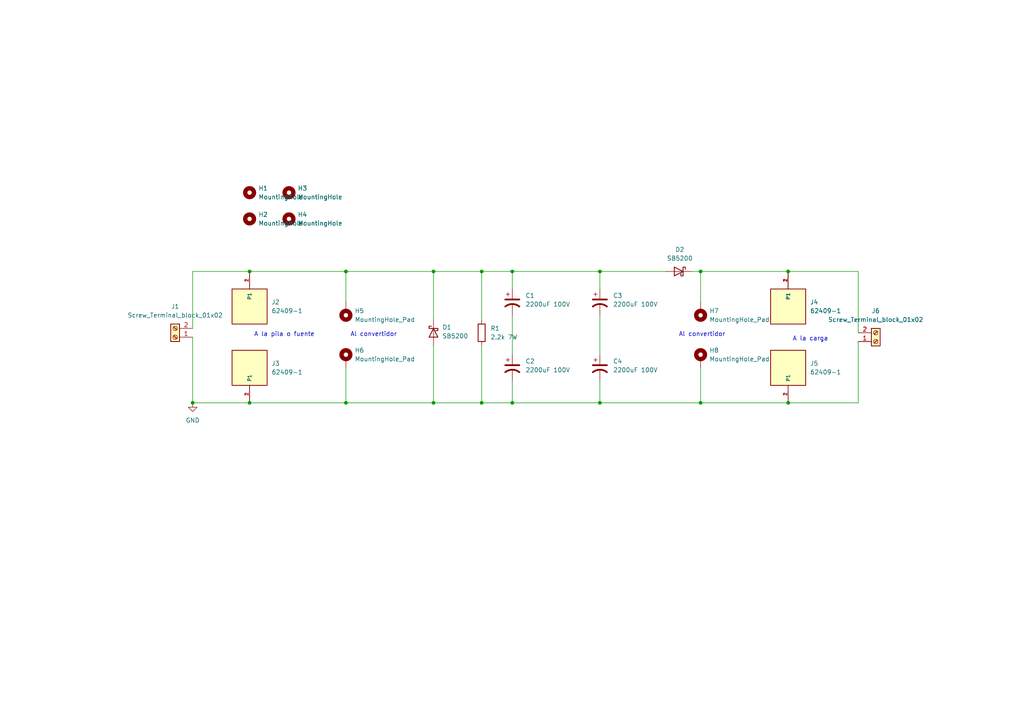
<source format=kicad_sch>
(kicad_sch (version 20211123) (generator eeschema)
  (paper "A4")
  (lib_symbols
    (symbol "Device:C_Polarized_US" (pin_numbers hide) (pin_names (offset 0.254) hide)
      (property "Reference" "C" (at 0.635 2.54 0))
      (property "Value" "C_Polarized_US" (at 0.635 -2.54 0))
      (symbol "C_Polarized_US_0_1"
        (polyline (pts (xy -2.032 0.762) (xy 2.032 0.762)) (stroke (width 0.508)))
        (polyline (pts (xy -1.778 2.286) (xy -0.762 2.286)))
        (polyline (pts (xy -1.27 1.778) (xy -1.27 2.794)))
        (arc (start 2.032 -1.27) (mid 0 -0.5572) (end -2.032 -1.27) (stroke (width 0.508)))
      )
      (symbol "C_Polarized_US_1_1"
        (pin passive line (at 0 3.81 270) (length 2.794) (name "~") (number "1"))
        (pin passive line (at 0 -3.81 90) (length 3.302) (name "~") (number "2"))
      )
    )
    (symbol "Device:D_Schottky" (pin_numbers hide) (pin_names (offset 1.016) hide)
      (property "Reference" "D" (at 0 2.54 0))
      (property "Value" "D_Schottky" (at 0 -2.54 0))
      (symbol "D_Schottky_0_1"
        (polyline (pts (xy 1.27 0) (xy -1.27 0)))
        (polyline (pts (xy 1.27 1.27) (xy 1.27 -1.27) (xy -1.27 0) (xy 1.27 1.27)) (stroke (width 0.254)))
        (polyline (pts (xy -1.905 0.635) (xy -1.905 1.27) (xy -1.27 1.27) (xy -1.27 -1.27) (xy -0.635 -1.27) (xy -0.635 -0.635)) (stroke (width 0.254)))
      )
      (symbol "D_Schottky_1_1"
        (pin passive line (at -3.81 0 0) (length 2.54) (name "K") (number "1"))
        (pin passive line (at 3.81 0 180) (length 2.54) (name "A") (number "2"))
      )
    )
    (symbol "Device:R" (pin_numbers hide) (pin_names (offset 0))
      (property "Reference" "R" (at 2.032 0 90))
      (property "Value" "R" (at 0 0 90))
      (symbol "R_0_1"
        (rectangle (start -1.016 -2.54) (end 1.016 2.54) (stroke (width 0.254)))
      )
      (symbol "R_1_1"
        (pin passive line (at 0 3.81 270) (length 1.27) (name "~") (number "1"))
        (pin passive line (at 0 -3.81 90) (length 1.27) (name "~") (number "2"))
      )
    )
    (symbol "Mechanical:MountingHole" (pin_names (offset 1.016))
      (property "Reference" "H" (at 0 5.08 0))
      (property "Value" "MountingHole" (at 0 3.175 0))
      (symbol "MountingHole_0_1"
        (circle (center 0 0) (radius 1.27) (stroke (width 1.27)))
      )
    )
    (symbol "Mechanical:MountingHole_Pad" (pin_numbers hide) (pin_names (offset 1.016) hide)
      (property "Reference" "H" (at 0 6.35 0))
      (property "Value" "MountingHole_Pad" (at 0 4.445 0))
      (symbol "MountingHole_Pad_0_1"
        (circle (center 0 1.27) (radius 1.27) (stroke (width 1.27)))
      )
      (symbol "MountingHole_Pad_1_1"
        (pin input line (at 0 -2.54 90) (length 2.54) (name "1") (number "1"))
      )
    )
    (symbol "power:GND" (power) (pin_names (offset 0))
      (property "Value" "GND" (at 0 -3.81 0))
      (symbol "GND_0_1"
        (polyline (pts (xy 0 0) (xy 0 -1.27) (xy 1.27 -1.27) (xy 0 -2.54) (xy -1.27 -1.27) (xy 0 -1.27)))
      )
      (symbol "GND_1_1"
        (pin power_in line (at 0 0 270) (length 0) hide (name "GND") (number "1"))
      )
    )
    (symbol "spade_connector:62409-1" (pin_names (offset 1.016))
      (property "Reference" "J" (at -5.08 5.08 0))
      (property "Value" "62409-1" (at -5.08 -7.62 0))
      (symbol "62409-1_0_0"
        (rectangle (start -5.08 -5.08) (end 5.08 5.08) (stroke (width 0.254)) (fill (type background)))
        (pin passive line (at -10.16 0 0) (length 5.08) (name "P1") (number "1"))
        (pin passive line (at -10.16 0 0) (length 5.08) (name "P1") (number "2"))
      )
    )
    (symbol "terminal_block:Screw_Terminal_block_01x02" (pin_names (offset 1.016) hide)
      (property "Reference" "J" (at 0 2.54 0))
      (property "Value" "Screw_Terminal_block_01x02" (at 0 -5.08 0))
      (symbol "Screw_Terminal_block_01x02_1_1"
        (rectangle (start -1.27 1.27) (end 1.27 -3.81) (stroke (width 0.254)) (fill (type background)))
        (circle (center 0 -2.54) (radius 0.635) (stroke (width 0.1524)))
        (polyline (pts (xy -0.5334 -2.2098) (xy 0.3302 -3.048)) (stroke (width 0.1524)))
        (polyline (pts (xy -0.5334 0.3302) (xy 0.3302 -0.508)) (stroke (width 0.1524)))
        (polyline (pts (xy -0.3556 -2.032) (xy 0.508 -2.8702)) (stroke (width 0.1524)))
        (polyline (pts (xy -0.3556 0.508) (xy 0.508 -0.3302)) (stroke (width 0.1524)))
        (circle (center 0 0) (radius 0.635) (stroke (width 0.1524)))
        (pin passive line (at -5.08 0 0) (length 3.81) (name "Pin_1") (number "1"))
        (pin passive line (at -5.08 -2.54 0) (length 3.81) (name "Pin_2") (number "2"))
      )
    )
  )
  (junction (at 203.2 116.84))
  (junction (at 125.73 78.74))
  (junction (at 139.7 116.84))
  (junction (at 55.88 116.84))
  (junction (at 139.7 78.74))
  (junction (at 72.39 78.74))
  (junction (at 173.99 78.74))
  (junction (at 173.99 116.84))
  (junction (at 125.73 116.84))
  (junction (at 148.59 78.74))
  (junction (at 100.33 78.74))
  (junction (at 72.39 116.84))
  (junction (at 228.6 78.74))
  (junction (at 148.59 116.84))
  (junction (at 228.6 116.84))
  (junction (at 203.2 78.74))
  (junction (at 100.33 116.84))
  (wire (pts (xy 200.66 78.74) (xy 203.2 78.74)))
  (wire (pts (xy 248.92 96.52) (xy 248.92 78.74)))
  (wire (pts (xy 173.99 116.84) (xy 203.2 116.84)))
  (wire (pts (xy 125.73 116.84) (xy 100.33 116.84)))
  (wire (pts (xy 248.92 78.74) (xy 228.6 78.74)))
  (wire (pts (xy 100.33 116.84) (xy 100.33 106.68)))
  (wire (pts (xy 55.88 97.79) (xy 55.88 116.84)))
  (wire (pts (xy 248.92 99.06) (xy 248.92 116.84)))
  (wire (pts (xy 100.33 78.74) (xy 100.33 87.63)))
  (wire (pts (xy 148.59 116.84) (xy 148.59 110.49)))
  (wire (pts (xy 125.73 78.74) (xy 125.73 92.71)))
  (wire (pts (xy 148.59 78.74) (xy 173.99 78.74)))
  (wire (pts (xy 139.7 78.74) (xy 139.7 92.71)))
  (wire (pts (xy 203.2 106.68) (xy 203.2 116.84)))
  (wire (pts (xy 148.59 78.74) (xy 148.59 83.82)))
  (wire (pts (xy 203.2 78.74) (xy 228.6 78.74)))
  (wire (pts (xy 173.99 91.44) (xy 173.99 102.87)))
  (wire (pts (xy 139.7 78.74) (xy 148.59 78.74)))
  (wire (pts (xy 55.88 116.84) (xy 72.39 116.84)))
  (wire (pts (xy 125.73 100.33) (xy 125.73 116.84)))
  (wire (pts (xy 100.33 78.74) (xy 125.73 78.74)))
  (wire (pts (xy 125.73 78.74) (xy 139.7 78.74)))
  (wire (pts (xy 173.99 116.84) (xy 148.59 116.84)))
  (wire (pts (xy 203.2 116.84) (xy 228.6 116.84)))
  (wire (pts (xy 148.59 116.84) (xy 139.7 116.84)))
  (wire (pts (xy 148.59 91.44) (xy 148.59 102.87)))
  (wire (pts (xy 139.7 116.84) (xy 125.73 116.84)))
  (wire (pts (xy 72.39 78.74) (xy 100.33 78.74)))
  (wire (pts (xy 55.88 95.25) (xy 55.88 78.74)))
  (wire (pts (xy 248.92 116.84) (xy 228.6 116.84)))
  (wire (pts (xy 139.7 100.33) (xy 139.7 116.84)))
  (wire (pts (xy 173.99 116.84) (xy 173.99 110.49)))
  (wire (pts (xy 173.99 78.74) (xy 173.99 83.82)))
  (wire (pts (xy 72.39 116.84) (xy 100.33 116.84)))
  (wire (pts (xy 173.99 78.74) (xy 193.04 78.74)))
  (wire (pts (xy 55.88 78.74) (xy 72.39 78.74)))
  (wire (pts (xy 203.2 78.74) (xy 203.2 87.63)))
  (text "Al convertidor" (at 196.85 97.79 0) (effects (font (size 1.27 1.27)) (justify left bottom)))
  (text "A la pila o fuente" (at 73.66 97.79 0) (effects (font (size 1.27 1.27)) (justify left bottom)))
  (text "Al convertidor" (at 101.6 97.79 0) (effects (font (size 1.27 1.27)) (justify left bottom)))
  (text "A la carga" (at 229.87 99.06 0) (effects (font (size 1.27 1.27)) (justify left bottom)))
  (symbol (lib_id "Device:D_Schottky") (at 196.85 78.74 0) (mirror y) (unit 1)
    (property "Reference" "D2" (at 197.1675 72.39 0))
    (property "Value" "SB5200" (at 197.1675 74.93 0))
    (property "Footprint" "Diode_THT:D_DO-27_P15.24mm_Horizontal" (effects hide))
  )
  (symbol (lib_id "power:GND") (at 55.88 116.84 0) (unit 1)
    (property "Reference" "#PWR?" (effects hide))
    (property "Value" "GND" (at 55.88 121.92 0))
  )
  (symbol (lib_id "Device:C_Polarized_US") (at 148.59 87.63 0) (unit 1)
    (property "Reference" "C1" (at 152.4 85.7249 0) (effects (justify left)))
    (property "Value" "2200uF 100V" (at 152.4 88.2649 0) (effects (justify left)))
    (property "Footprint" "Capacitor_THT:CP_Radial_D25.0mm_P10.00mm_SnapIn" (effects hide))
  )
  (symbol (lib_id "Mechanical:MountingHole") (at 72.39 55.88 0) (unit 1)
    (property "Reference" "H1" (at 74.93 54.6099 0) (effects (justify left)))
    (property "Value" "MountingHole" (at 74.93 57.1499 0) (effects (justify left)))
    (property "Footprint" "MountingHole:MountingHole_3.2mm_M3" (effects hide))
  )
  (symbol (lib_id "Device:D_Schottky") (at 125.73 96.52 90) (mirror x) (unit 1)
    (property "Reference" "D1" (at 128.27 94.9324 90) (effects (justify right)))
    (property "Value" "SB5200" (at 128.27 97.4724 90) (effects (justify right)))
    (property "Footprint" "Diode_THT:D_DO-27_P15.24mm_Horizontal" (effects hide))
  )
  (symbol (lib_id "Mechanical:MountingHole") (at 83.82 63.5 0) (unit 1)
    (property "Reference" "H4" (at 86.36 62.2299 0) (effects (justify left)))
    (property "Value" "MountingHole" (at 86.36 64.7699 0) (effects (justify left)))
    (property "Footprint" "MountingHole:MountingHole_3.2mm_M3" (effects hide))
  )
  (symbol (lib_id "Mechanical:MountingHole_Pad") (at 203.2 90.17 180) (unit 1)
    (property "Reference" "H7" (at 205.74 90.1699 0) (effects (justify right)))
    (property "Value" "MountingHole_Pad" (at 205.74 92.7099 0) (effects (justify right)))
    (property "Footprint" "MountingHole:MountingHole_3.2mm_M3_Pad" (effects hide))
  )
  (symbol (lib_id "Device:R") (at 139.7 96.52 0) (unit 1)
    (property "Reference" "R1" (at 142.24 95.2499 0) (effects (justify left)))
    (property "Value" "2.2k 7W" (at 142.24 97.7899 0) (effects (justify left)))
    (property "Footprint" "Resistor_THT:R_Axial_Power_L38.0mm_W9.0mm_P40.64mm" (effects hide))
  )
  (symbol (lib_id "Device:C_Polarized_US") (at 173.99 87.63 0) (unit 1)
    (property "Reference" "C3" (at 177.8 85.7249 0) (effects (justify left)))
    (property "Value" "2200uF 100V" (at 177.8 88.2649 0) (effects (justify left)))
    (property "Footprint" "Capacitor_THT:CP_Radial_D25.0mm_P10.00mm_SnapIn" (effects hide))
  )
  (symbol (lib_id "Mechanical:MountingHole_Pad") (at 100.33 90.17 180) (unit 1)
    (property "Reference" "H5" (at 102.87 90.1699 0) (effects (justify right)))
    (property "Value" "MountingHole_Pad" (at 102.87 92.7099 0) (effects (justify right)))
    (property "Footprint" "MountingHole:MountingHole_3.2mm_M3_Pad" (effects hide))
  )
  (symbol (lib_id "Device:C_Polarized_US") (at 173.99 106.68 0) (unit 1)
    (property "Reference" "C4" (at 177.8 104.7749 0) (effects (justify left)))
    (property "Value" "2200uF 100V" (at 177.8 107.3149 0) (effects (justify left)))
    (property "Footprint" "Capacitor_THT:CP_Radial_D25.0mm_P10.00mm_SnapIn" (effects hide))
  )
  (symbol (lib_id "Device:C_Polarized_US") (at 148.59 106.68 0) (unit 1)
    (property "Reference" "C2" (at 152.4 104.7749 0) (effects (justify left)))
    (property "Value" "2200uF 100V" (at 152.4 107.3149 0) (effects (justify left)))
    (property "Footprint" "Capacitor_THT:CP_Radial_D25.0mm_P10.00mm_SnapIn" (effects hide))
  )
  (symbol (lib_id "terminal_block:Screw_Terminal_block_01x02") (at 254 99.06 0) (mirror x) (unit 1)
    (property "Reference" "J6" (at 254 90.17 0))
    (property "Value" "Screw_Terminal_block_01x02" (at 254 92.71 0))
    (property "Footprint" "power_connector:Degson_Screw_Terminal_block_01x02" (effects hide))
  )
  (symbol (lib_id "Mechanical:MountingHole_Pad") (at 203.2 104.14 0) (unit 1)
    (property "Reference" "H8" (at 205.74 101.5999 0) (effects (justify left)))
    (property "Value" "MountingHole_Pad" (at 205.74 104.1399 0) (effects (justify left)))
    (property "Footprint" "MountingHole:MountingHole_3.2mm_M3_Pad" (effects hide))
  )
  (symbol (lib_id "spade_connector:62409-1") (at 72.39 88.9 270) (unit 1)
    (property "Reference" "J2" (at 78.74 87.6299 90) (effects (justify left)))
    (property "Value" "62409-1" (at 78.74 90.1699 90) (effects (justify left)))
    (property "Footprint" "power_connector:TE_62409-1" (effects hide))
    (property "Comment" "62409-1" (effects hide))
    (property "EU_RoHS_Compliance" "Compliant" (effects hide))
  )
  (symbol (lib_id "Mechanical:MountingHole") (at 72.39 63.5 0) (unit 1)
    (property "Reference" "H2" (at 74.93 62.2299 0) (effects (justify left)))
    (property "Value" "MountingHole" (at 74.93 64.7699 0) (effects (justify left)))
    (property "Footprint" "MountingHole:MountingHole_3.2mm_M3" (effects hide))
  )
  (symbol (lib_id "spade_connector:62409-1") (at 72.39 106.68 90) (unit 1)
    (property "Reference" "J3" (at 78.74 105.4099 90) (effects (justify right)))
    (property "Value" "62409-1" (at 78.74 107.9499 90) (effects (justify right)))
    (property "Footprint" "power_connector:TE_62409-1" (effects hide))
    (property "Comment" "62409-1" (effects hide))
    (property "EU_RoHS_Compliance" "Compliant" (effects hide))
  )
  (symbol (lib_id "Mechanical:MountingHole_Pad") (at 100.33 104.14 0) (unit 1)
    (property "Reference" "H6" (at 102.87 101.5999 0) (effects (justify left)))
    (property "Value" "MountingHole_Pad" (at 102.87 104.1399 0) (effects (justify left)))
    (property "Footprint" "MountingHole:MountingHole_3.2mm_M3_Pad" (effects hide))
  )
  (symbol (lib_id "spade_connector:62409-1") (at 228.6 88.9 270) (unit 1)
    (property "Reference" "J4" (at 234.95 87.6299 90) (effects (justify left)))
    (property "Value" "62409-1" (at 234.95 90.1699 90) (effects (justify left)))
    (property "Footprint" "power_connector:TE_62409-1" (effects hide))
    (property "Comment" "62409-1" (effects hide))
    (property "EU_RoHS_Compliance" "Compliant" (effects hide))
  )
  (symbol (lib_id "Mechanical:MountingHole") (at 83.82 55.88 0) (unit 1)
    (property "Reference" "H3" (at 86.36 54.6099 0) (effects (justify left)))
    (property "Value" "MountingHole" (at 86.36 57.1499 0) (effects (justify left)))
    (property "Footprint" "MountingHole:MountingHole_3.2mm_M3" (effects hide))
  )
  (symbol (lib_id "terminal_block:Screw_Terminal_block_01x02") (at 50.8 97.79 180) (unit 1)
    (property "Reference" "J1" (at 50.8 88.9 0))
    (property "Value" "Screw_Terminal_block_01x02" (at 50.8 91.44 0))
    (property "Footprint" "power_connector:Degson_Screw_Terminal_block_01x02" (effects hide))
  )
  (symbol (lib_id "spade_connector:62409-1") (at 228.6 106.68 90) (unit 1)
    (property "Reference" "J5" (at 234.95 105.4099 90) (effects (justify right)))
    (property "Value" "62409-1" (at 234.95 107.9499 90) (effects (justify right)))
    (property "Footprint" "power_connector:TE_62409-1" (effects hide))
    (property "Comment" "62409-1" (effects hide))
    (property "EU_RoHS_Compliance" "Compliant" (effects hide))
  )
)
</source>
